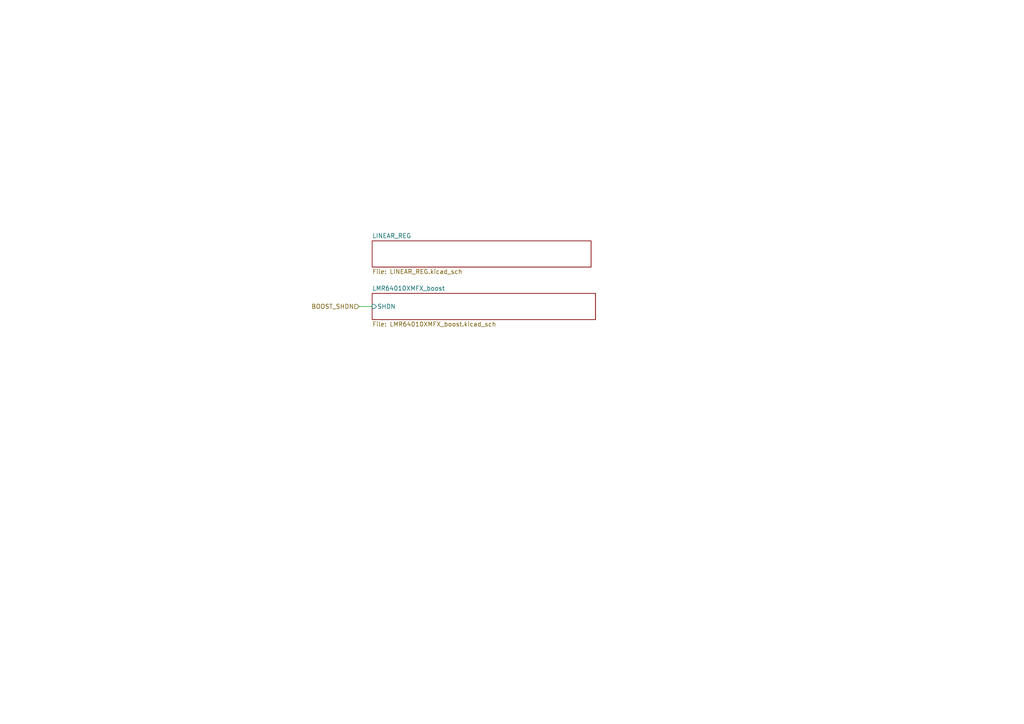
<source format=kicad_sch>
(kicad_sch (version 20230121) (generator eeschema)
  (paper "A4")
  (lib_symbols)
  (wire (pts (xy 104.14 88.9) (xy 107.95 88.9)))
  (hierarchical_label "BOOST_SHDN" (shape input) (at 104.14 88.9 180))
  (sheet (at 107.95 69.85) (size 63.5 7.62) (stroke (width 0.1524))
    (property "Sheetname" "LINEAR_REG" (at 107.95 69.1384 0) (effects (justify left bottom)))
    (property "Sheetfile" "LINEAR_REG.kicad_sch" (at 107.95 78.0546 0) (effects (justify left top)))
  )
  (sheet (at 107.95 85.09) (size 64.77 7.62) (stroke (width 0.1524))
    (property "Sheetname" "LMR64010XMFX_boost" (at 107.95 84.3784 0) (effects (justify left bottom)))
    (property "Sheetfile" "LMR64010XMFX_boost.kicad_sch" (at 107.95 93.2946 0) (effects (justify left top)))
    (pin "SHDN" input (at 107.95 88.9 180))
  )
)
</source>
